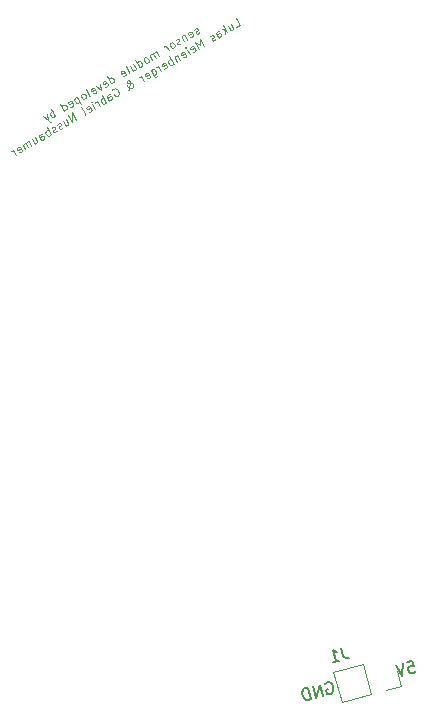
<source format=gbr>
G04 #@! TF.GenerationSoftware,KiCad,Pcbnew,(5.1.4)-1*
G04 #@! TF.CreationDate,2020-04-17T22:35:52+02:00*
G04 #@! TF.ProjectId,Sensorbaustein,53656e73-6f72-4626-9175-737465696e2e,1.7*
G04 #@! TF.SameCoordinates,Original*
G04 #@! TF.FileFunction,Legend,Bot*
G04 #@! TF.FilePolarity,Positive*
%FSLAX46Y46*%
G04 Gerber Fmt 4.6, Leading zero omitted, Abs format (unit mm)*
G04 Created by KiCad (PCBNEW (5.1.4)-1) date 2020-04-17 22:35:52*
%MOMM*%
%LPD*%
G04 APERTURE LIST*
%ADD10C,0.125000*%
%ADD11C,0.150000*%
%ADD12C,0.120000*%
%ADD13C,1.552000*%
%ADD14C,1.552000*%
%ADD15C,1.252000*%
%ADD16C,1.252000*%
%ADD17C,0.902000*%
%ADD18C,0.902000*%
%ADD19C,1.802000*%
%ADD20C,0.100000*%
%ADD21C,1.802000*%
%ADD22C,1.312000*%
%ADD23C,3.302000*%
G04 APERTURE END LIST*
D10*
X133159613Y-77161583D02*
X133118545Y-77223784D01*
X133003075Y-77290451D01*
X132928673Y-77294917D01*
X132866472Y-77253848D01*
X132849805Y-77224981D01*
X132845340Y-77150579D01*
X132886408Y-77088378D01*
X132973011Y-77038378D01*
X133014079Y-76976177D01*
X133009613Y-76901776D01*
X132992946Y-76872908D01*
X132930746Y-76831840D01*
X132856344Y-76836306D01*
X132769741Y-76886306D01*
X132728673Y-76948507D01*
X132409058Y-77594917D02*
X132483459Y-77590451D01*
X132598929Y-77523784D01*
X132639998Y-77461583D01*
X132635532Y-77387182D01*
X132502199Y-77156242D01*
X132439998Y-77115173D01*
X132365596Y-77119639D01*
X132250126Y-77186306D01*
X132209058Y-77248507D01*
X132213524Y-77322908D01*
X132246857Y-77380643D01*
X132568865Y-77271712D01*
X131903716Y-77386306D02*
X132137049Y-77790451D01*
X131937049Y-77444041D02*
X131891515Y-77431840D01*
X131817113Y-77436306D01*
X131730511Y-77486306D01*
X131689442Y-77548507D01*
X131693908Y-77622908D01*
X131877242Y-77940451D01*
X131600767Y-78061583D02*
X131559699Y-78123784D01*
X131444229Y-78190451D01*
X131369827Y-78194917D01*
X131307626Y-78153848D01*
X131290960Y-78124981D01*
X131286494Y-78050579D01*
X131327562Y-77988378D01*
X131414165Y-77938378D01*
X131455233Y-77876177D01*
X131450767Y-77801776D01*
X131434101Y-77772908D01*
X131371900Y-77731840D01*
X131297498Y-77736306D01*
X131210896Y-77786306D01*
X131169827Y-77848507D01*
X131011216Y-78440451D02*
X131052285Y-78378250D01*
X131064485Y-78332716D01*
X131060020Y-78258314D01*
X130960020Y-78085109D01*
X130897819Y-78044041D01*
X130852285Y-78031840D01*
X130777883Y-78036306D01*
X130691280Y-78086306D01*
X130650212Y-78148507D01*
X130638011Y-78194041D01*
X130642477Y-78268442D01*
X130742477Y-78441647D01*
X130804678Y-78482716D01*
X130850212Y-78494917D01*
X130924614Y-78490451D01*
X131011216Y-78440451D01*
X130549336Y-78707118D02*
X130316003Y-78302972D01*
X130382669Y-78418442D02*
X130320468Y-78377374D01*
X130274934Y-78365173D01*
X130200533Y-78369639D01*
X130142798Y-78402972D01*
X129712178Y-79190451D02*
X129478845Y-78786306D01*
X129512178Y-78844041D02*
X129466644Y-78831840D01*
X129392242Y-78836306D01*
X129305640Y-78886306D01*
X129264571Y-78948507D01*
X129269037Y-79022908D01*
X129452370Y-79340451D01*
X129269037Y-79022908D02*
X129206836Y-78981840D01*
X129132435Y-78986306D01*
X129045832Y-79036306D01*
X129004764Y-79098507D01*
X129009230Y-79172908D01*
X129192563Y-79490451D01*
X128817285Y-79707118D02*
X128858354Y-79644917D01*
X128870554Y-79599383D01*
X128866089Y-79524981D01*
X128766089Y-79351776D01*
X128703888Y-79310707D01*
X128658354Y-79298507D01*
X128583952Y-79302972D01*
X128497349Y-79352972D01*
X128456281Y-79415173D01*
X128444080Y-79460707D01*
X128448546Y-79535109D01*
X128548546Y-79708314D01*
X128610747Y-79749383D01*
X128656281Y-79761583D01*
X128730683Y-79757118D01*
X128817285Y-79707118D01*
X128095597Y-80123784D02*
X127745597Y-79517566D01*
X128078931Y-80094917D02*
X128153332Y-80090451D01*
X128268802Y-80023784D01*
X128309871Y-79961583D01*
X128322072Y-79916049D01*
X128317606Y-79841647D01*
X128217606Y-79668442D01*
X128155405Y-79627374D01*
X128109871Y-79615173D01*
X128035469Y-79619639D01*
X127919999Y-79686306D01*
X127878931Y-79748507D01*
X127313781Y-80036306D02*
X127547115Y-80440451D01*
X127573589Y-79886306D02*
X127756922Y-80203848D01*
X127761388Y-80278250D01*
X127720320Y-80340451D01*
X127633717Y-80390451D01*
X127559315Y-80394917D01*
X127513781Y-80382716D01*
X127171837Y-80657118D02*
X127212905Y-80594917D01*
X127208439Y-80520515D01*
X126908439Y-80000900D01*
X126693290Y-80894917D02*
X126767692Y-80890451D01*
X126883162Y-80823784D01*
X126924230Y-80761583D01*
X126919764Y-80687182D01*
X126786431Y-80456242D01*
X126724230Y-80415173D01*
X126649828Y-80419639D01*
X126534358Y-80486306D01*
X126493290Y-80548507D01*
X126497756Y-80622908D01*
X126531089Y-80680643D01*
X126853098Y-80571712D01*
X125699594Y-81507118D02*
X125349594Y-80900900D01*
X125682927Y-81478250D02*
X125757329Y-81473784D01*
X125872799Y-81407118D01*
X125913867Y-81344917D01*
X125926068Y-81299383D01*
X125921602Y-81224981D01*
X125821602Y-81051776D01*
X125759401Y-81010707D01*
X125713867Y-80998507D01*
X125639465Y-81002972D01*
X125523995Y-81069639D01*
X125482927Y-81131840D01*
X125163312Y-81778250D02*
X125237714Y-81773784D01*
X125353184Y-81707118D01*
X125394252Y-81644917D01*
X125389786Y-81570515D01*
X125256453Y-81339575D01*
X125194252Y-81298507D01*
X125119850Y-81302972D01*
X125004380Y-81369639D01*
X124963312Y-81431840D01*
X124967778Y-81506242D01*
X125001111Y-81563977D01*
X125323119Y-81455045D01*
X124715705Y-81536306D02*
X124804701Y-82023784D01*
X124427030Y-81702972D01*
X124181816Y-82344917D02*
X124256218Y-82340451D01*
X124371688Y-82273784D01*
X124412756Y-82211583D01*
X124408291Y-82137182D01*
X124274957Y-81906242D01*
X124212756Y-81865173D01*
X124138355Y-81869639D01*
X124022885Y-81936306D01*
X123981816Y-81998507D01*
X123986282Y-82072908D01*
X124019616Y-82130643D01*
X124341624Y-82021712D01*
X123823205Y-82590451D02*
X123864274Y-82528250D01*
X123859808Y-82453848D01*
X123559808Y-81934233D01*
X123505663Y-82773784D02*
X123546731Y-82711583D01*
X123558932Y-82666049D01*
X123554466Y-82591647D01*
X123454466Y-82418442D01*
X123392265Y-82377374D01*
X123346731Y-82365173D01*
X123272329Y-82369639D01*
X123185727Y-82419639D01*
X123144658Y-82481840D01*
X123132458Y-82527374D01*
X123136923Y-82601776D01*
X123236923Y-82774981D01*
X123299124Y-82816049D01*
X123344658Y-82828250D01*
X123419060Y-82823784D01*
X123505663Y-82773784D01*
X122810449Y-82636306D02*
X123160449Y-83242523D01*
X122827116Y-82665173D02*
X122752714Y-82669639D01*
X122637244Y-82736306D01*
X122596176Y-82798507D01*
X122583975Y-82844041D01*
X122588441Y-82918442D01*
X122688441Y-83091647D01*
X122750642Y-83132716D01*
X122796176Y-83144917D01*
X122870577Y-83140451D01*
X122986047Y-83073784D01*
X123027116Y-83011583D01*
X122247693Y-83461583D02*
X122322095Y-83457118D01*
X122437565Y-83390451D01*
X122478633Y-83328250D01*
X122474167Y-83253848D01*
X122340834Y-83022908D01*
X122278633Y-82981840D01*
X122204231Y-82986306D01*
X122088761Y-83052972D01*
X122047693Y-83115173D01*
X122052159Y-83189575D01*
X122085492Y-83247310D01*
X122407501Y-83138378D01*
X121715877Y-83807118D02*
X121365877Y-83200900D01*
X121699210Y-83778250D02*
X121773612Y-83773784D01*
X121889082Y-83707118D01*
X121930150Y-83644917D01*
X121942351Y-83599383D01*
X121937885Y-83524981D01*
X121837885Y-83351776D01*
X121775684Y-83310707D01*
X121730150Y-83298507D01*
X121655749Y-83302972D01*
X121540279Y-83369639D01*
X121499210Y-83431840D01*
X120965322Y-84240451D02*
X120615322Y-83634233D01*
X120748655Y-83865173D02*
X120674253Y-83869639D01*
X120558783Y-83936306D01*
X120517715Y-83998507D01*
X120505514Y-84044041D01*
X120509980Y-84118442D01*
X120609980Y-84291647D01*
X120672181Y-84332716D01*
X120717715Y-84344917D01*
X120792116Y-84340451D01*
X120907586Y-84273784D01*
X120948655Y-84211583D01*
X120241240Y-84119639D02*
X120330236Y-84607118D01*
X119952565Y-84286306D02*
X120330236Y-84607118D01*
X120471305Y-84718122D01*
X120516839Y-84730323D01*
X120591240Y-84725857D01*
X136289687Y-76749698D02*
X136578362Y-76583031D01*
X136228362Y-75976813D01*
X135594474Y-76612219D02*
X135827807Y-77016364D01*
X135854281Y-76462219D02*
X136037615Y-76779762D01*
X136042080Y-76854163D01*
X136001012Y-76916364D01*
X135914409Y-76966364D01*
X135840008Y-76970830D01*
X135794474Y-76958629D01*
X135539132Y-77183031D02*
X135189132Y-76576813D01*
X135348063Y-76985424D02*
X135308192Y-77316364D01*
X135074858Y-76912219D02*
X135439132Y-77009826D01*
X134788576Y-77616364D02*
X134605243Y-77298822D01*
X134600777Y-77224420D01*
X134641846Y-77162219D01*
X134757316Y-77095552D01*
X134831717Y-77091087D01*
X134771910Y-77587497D02*
X134846311Y-77583031D01*
X134990649Y-77499698D01*
X135031717Y-77437497D01*
X135027252Y-77363095D01*
X134993918Y-77305360D01*
X134931717Y-77264292D01*
X134857316Y-77268757D01*
X134712978Y-77352091D01*
X134638576Y-77356557D01*
X134512102Y-77737497D02*
X134471034Y-77799698D01*
X134355564Y-77866364D01*
X134281162Y-77870830D01*
X134218961Y-77829762D01*
X134202295Y-77800894D01*
X134197829Y-77726492D01*
X134238897Y-77664292D01*
X134325500Y-77614292D01*
X134366568Y-77552091D01*
X134362102Y-77477689D01*
X134345435Y-77448822D01*
X134283235Y-77407753D01*
X134208833Y-77412219D01*
X134122230Y-77462219D01*
X134081162Y-77524420D01*
X133547273Y-78333031D02*
X133197273Y-77726813D01*
X133245201Y-78276492D01*
X132793128Y-77960146D01*
X133143128Y-78566364D01*
X132606846Y-78837497D02*
X132681248Y-78833031D01*
X132796718Y-78766364D01*
X132837786Y-78704163D01*
X132833321Y-78629762D01*
X132699987Y-78398822D01*
X132637786Y-78357753D01*
X132563385Y-78362219D01*
X132447915Y-78428886D01*
X132406846Y-78491087D01*
X132411312Y-78565488D01*
X132444645Y-78623223D01*
X132766654Y-78514292D01*
X132334838Y-79033031D02*
X132101504Y-78628886D01*
X131984838Y-78426813D02*
X132030372Y-78439014D01*
X132018171Y-78484548D01*
X131972637Y-78472347D01*
X131984838Y-78426813D01*
X132018171Y-78484548D01*
X131798556Y-79304163D02*
X131872958Y-79299698D01*
X131988428Y-79233031D01*
X132029496Y-79170830D01*
X132025030Y-79096428D01*
X131891697Y-78865488D01*
X131829496Y-78824420D01*
X131755094Y-78828886D01*
X131639624Y-78895552D01*
X131598556Y-78957753D01*
X131603022Y-79032155D01*
X131636355Y-79089890D01*
X131958364Y-78980958D01*
X131293214Y-79095552D02*
X131526547Y-79499698D01*
X131326547Y-79153287D02*
X131281013Y-79141087D01*
X131206612Y-79145552D01*
X131120009Y-79195552D01*
X131078941Y-79257753D01*
X131083406Y-79332155D01*
X131266740Y-79649698D01*
X130978065Y-79816364D02*
X130628065Y-79210146D01*
X130761398Y-79441087D02*
X130686996Y-79445552D01*
X130571526Y-79512219D01*
X130530458Y-79574420D01*
X130518257Y-79619954D01*
X130522723Y-79694356D01*
X130622723Y-79867561D01*
X130684924Y-79908629D01*
X130730458Y-79920830D01*
X130804860Y-79916364D01*
X130920330Y-79849698D01*
X130961398Y-79787497D01*
X130181975Y-80237497D02*
X130256377Y-80233031D01*
X130371847Y-80166364D01*
X130412915Y-80104163D01*
X130408449Y-80029762D01*
X130275116Y-79798822D01*
X130212915Y-79757753D01*
X130138514Y-79762219D01*
X130023043Y-79828886D01*
X129981975Y-79891087D01*
X129986441Y-79965488D01*
X130019774Y-80023223D01*
X130341783Y-79914292D01*
X129909967Y-80433031D02*
X129676633Y-80028886D01*
X129743300Y-80144356D02*
X129681099Y-80103287D01*
X129635565Y-80091087D01*
X129561163Y-80095552D01*
X129503428Y-80128886D01*
X129041548Y-80395552D02*
X129324881Y-80886300D01*
X129387082Y-80927368D01*
X129432616Y-80939569D01*
X129507018Y-80935103D01*
X129593621Y-80885103D01*
X129634689Y-80822903D01*
X129258215Y-80770830D02*
X129332616Y-80766364D01*
X129448086Y-80699698D01*
X129489155Y-80637497D01*
X129501356Y-80591963D01*
X129496890Y-80517561D01*
X129396890Y-80344356D01*
X129334689Y-80303287D01*
X129289155Y-80291087D01*
X129214753Y-80295552D01*
X129099283Y-80362219D01*
X129058215Y-80424420D01*
X128738599Y-81070830D02*
X128813001Y-81066364D01*
X128928471Y-80999698D01*
X128969540Y-80937497D01*
X128965074Y-80863095D01*
X128831740Y-80632155D01*
X128769540Y-80591087D01*
X128695138Y-80595552D01*
X128579668Y-80662219D01*
X128538599Y-80724420D01*
X128543065Y-80798822D01*
X128576399Y-80856557D01*
X128898407Y-80747625D01*
X128466591Y-81266364D02*
X128233258Y-80862219D01*
X128299924Y-80977689D02*
X128237723Y-80936621D01*
X128192189Y-80924420D01*
X128117788Y-80928886D01*
X128060053Y-80962219D01*
X127138685Y-82033031D02*
X127167553Y-82016364D01*
X127208621Y-81954163D01*
X127245224Y-81817561D01*
X127289561Y-81561022D01*
X127297296Y-81441087D01*
X127276164Y-81337817D01*
X127242831Y-81280082D01*
X127180630Y-81239014D01*
X127106228Y-81243480D01*
X127077361Y-81260146D01*
X127036292Y-81322347D01*
X127040758Y-81396749D01*
X127057425Y-81425616D01*
X127119625Y-81466685D01*
X127165160Y-81478886D01*
X127405031Y-81494356D01*
X127450566Y-81506557D01*
X127512766Y-81547625D01*
X127562766Y-81634227D01*
X127567232Y-81708629D01*
X127555031Y-81754163D01*
X127513963Y-81816364D01*
X127427361Y-81866364D01*
X127352959Y-81870830D01*
X127307425Y-81858629D01*
X127154155Y-81793159D01*
X127075288Y-81723223D01*
X127041955Y-81665488D01*
X125766122Y-82055681D02*
X125807190Y-81993480D01*
X125893792Y-81943480D01*
X125997062Y-81922347D01*
X126088130Y-81946749D01*
X126150331Y-81987817D01*
X126245865Y-82086621D01*
X126295865Y-82173223D01*
X126333664Y-82305360D01*
X126338130Y-82379762D01*
X126313728Y-82470830D01*
X126243792Y-82549698D01*
X126186057Y-82583031D01*
X126082788Y-82604163D01*
X126037254Y-82591963D01*
X125920587Y-82389890D01*
X126036057Y-82323223D01*
X125550972Y-82949698D02*
X125367639Y-82632155D01*
X125363173Y-82557753D01*
X125404241Y-82495552D01*
X125519711Y-82428886D01*
X125594113Y-82424420D01*
X125534305Y-82920830D02*
X125608707Y-82916364D01*
X125753045Y-82833031D01*
X125794113Y-82770830D01*
X125789647Y-82696428D01*
X125756314Y-82638693D01*
X125694113Y-82597625D01*
X125619711Y-82602091D01*
X125475374Y-82685424D01*
X125400972Y-82689890D01*
X125262297Y-83116364D02*
X124912297Y-82510146D01*
X125045630Y-82741087D02*
X124971229Y-82745552D01*
X124855759Y-82812219D01*
X124814690Y-82874420D01*
X124802489Y-82919954D01*
X124806955Y-82994356D01*
X124906955Y-83167561D01*
X124969156Y-83208629D01*
X125014690Y-83220830D01*
X125089092Y-83216364D01*
X125204562Y-83149698D01*
X125245630Y-83087497D01*
X124713814Y-83433031D02*
X124480481Y-83028886D01*
X124547148Y-83144356D02*
X124484947Y-83103287D01*
X124439413Y-83091087D01*
X124365011Y-83095552D01*
X124307276Y-83128886D01*
X124338537Y-83649698D02*
X124105203Y-83245552D01*
X123988537Y-83043480D02*
X124034071Y-83055681D01*
X124021870Y-83101215D01*
X123976336Y-83089014D01*
X123988537Y-83043480D01*
X124021870Y-83101215D01*
X123802255Y-83920830D02*
X123876656Y-83916364D01*
X123992126Y-83849698D01*
X124033195Y-83787497D01*
X124028729Y-83713095D01*
X123895396Y-83482155D01*
X123833195Y-83441087D01*
X123758793Y-83445552D01*
X123643323Y-83512219D01*
X123602255Y-83574420D01*
X123606720Y-83648822D01*
X123640054Y-83706557D01*
X123962062Y-83597625D01*
X123443644Y-84166364D02*
X123484712Y-84104163D01*
X123480246Y-84029762D01*
X123180246Y-83510146D01*
X122750823Y-84566364D02*
X122400823Y-83960146D01*
X122404413Y-84766364D01*
X122054413Y-84160146D01*
X121622597Y-84678886D02*
X121855930Y-85083031D01*
X121882405Y-84528886D02*
X122065738Y-84846428D01*
X122070204Y-84920830D01*
X122029135Y-84983031D01*
X121942533Y-85033031D01*
X121868131Y-85037497D01*
X121822597Y-85025296D01*
X121579456Y-85204163D02*
X121538388Y-85266364D01*
X121422918Y-85333031D01*
X121348516Y-85337497D01*
X121286315Y-85296428D01*
X121269649Y-85267561D01*
X121265183Y-85193159D01*
X121306251Y-85130958D01*
X121392854Y-85080958D01*
X121433922Y-85018757D01*
X121429456Y-84944356D01*
X121412789Y-84915488D01*
X121350589Y-84874420D01*
X121276187Y-84878886D01*
X121189584Y-84928886D01*
X121148516Y-84991087D01*
X121088708Y-85487497D02*
X121047640Y-85549698D01*
X120932170Y-85616364D01*
X120857768Y-85620830D01*
X120795567Y-85579762D01*
X120778901Y-85550894D01*
X120774435Y-85476492D01*
X120815503Y-85414292D01*
X120902106Y-85364292D01*
X120943174Y-85302091D01*
X120938708Y-85227689D01*
X120922042Y-85198822D01*
X120859841Y-85157753D01*
X120785439Y-85162219D01*
X120698837Y-85212219D01*
X120657768Y-85274420D01*
X120585760Y-85816364D02*
X120235760Y-85210146D01*
X120369093Y-85441087D02*
X120294691Y-85445552D01*
X120179221Y-85512219D01*
X120138153Y-85574420D01*
X120125952Y-85619954D01*
X120130418Y-85694356D01*
X120230418Y-85867561D01*
X120292619Y-85908629D01*
X120338153Y-85920830D01*
X120412555Y-85916364D01*
X120528025Y-85849698D01*
X120569093Y-85787497D01*
X119777469Y-86283031D02*
X119594136Y-85965488D01*
X119589670Y-85891087D01*
X119630739Y-85828886D01*
X119746209Y-85762219D01*
X119820610Y-85757753D01*
X119760803Y-86254163D02*
X119835204Y-86249698D01*
X119979542Y-86166364D01*
X120020610Y-86104163D01*
X120016145Y-86029762D01*
X119982811Y-85972027D01*
X119920610Y-85930958D01*
X119846209Y-85935424D01*
X119701871Y-86018757D01*
X119627469Y-86023223D01*
X118995653Y-86195552D02*
X119228987Y-86599698D01*
X119255461Y-86045552D02*
X119438794Y-86363095D01*
X119443260Y-86437497D01*
X119402192Y-86499698D01*
X119315589Y-86549698D01*
X119241188Y-86554163D01*
X119195653Y-86541963D01*
X118940312Y-86766364D02*
X118706978Y-86362219D01*
X118740312Y-86419954D02*
X118694777Y-86407753D01*
X118620376Y-86412219D01*
X118533773Y-86462219D01*
X118492705Y-86524420D01*
X118497171Y-86598822D01*
X118680504Y-86916364D01*
X118497171Y-86598822D02*
X118434970Y-86557753D01*
X118360568Y-86562219D01*
X118273966Y-86612219D01*
X118232897Y-86674420D01*
X118237363Y-86748822D01*
X118420696Y-87066364D01*
X117884414Y-87337497D02*
X117958816Y-87333031D01*
X118074286Y-87266364D01*
X118115355Y-87204163D01*
X118110889Y-87129762D01*
X117977555Y-86898822D01*
X117915355Y-86857753D01*
X117840953Y-86862219D01*
X117725483Y-86928886D01*
X117684414Y-86991087D01*
X117688880Y-87065488D01*
X117722214Y-87123223D01*
X118044222Y-87014292D01*
X117612406Y-87533031D02*
X117379073Y-87128886D01*
X117445739Y-87244356D02*
X117383538Y-87203287D01*
X117338004Y-87191087D01*
X117263603Y-87195552D01*
X117205868Y-87228886D01*
D11*
X143806533Y-132319841D02*
X143886202Y-132249195D01*
X144024191Y-132212221D01*
X144174505Y-132221243D01*
X144291148Y-132288587D01*
X144361793Y-132368255D01*
X144457089Y-132539916D01*
X144494063Y-132677906D01*
X144497365Y-132874216D01*
X144476018Y-132978534D01*
X144408675Y-133095176D01*
X144283010Y-133178147D01*
X144191017Y-133202796D01*
X144040703Y-133193774D01*
X143982382Y-133160102D01*
X143896109Y-132838127D01*
X144080095Y-132788828D01*
X143593063Y-133363018D02*
X143334244Y-132397092D01*
X143041105Y-133510914D01*
X142782286Y-132544988D01*
X142581141Y-133634161D02*
X142322322Y-132668236D01*
X142092339Y-132729859D01*
X141966675Y-132812830D01*
X141899331Y-132929472D01*
X141877984Y-133033790D01*
X141881287Y-133230100D01*
X141918261Y-133368090D01*
X142013556Y-133539751D01*
X142084202Y-133619419D01*
X142200844Y-133686763D01*
X142351158Y-133695785D01*
X142581141Y-133634161D01*
X150742251Y-130521741D02*
X151202216Y-130398494D01*
X151371459Y-130846134D01*
X151313138Y-130812462D01*
X151208821Y-130791115D01*
X150978838Y-130852739D01*
X150899170Y-130923385D01*
X150865498Y-130981706D01*
X150844151Y-131086024D01*
X150905775Y-131316006D01*
X150976421Y-131395674D01*
X151034742Y-131429346D01*
X151139060Y-131450693D01*
X151369042Y-131389069D01*
X151448710Y-131318423D01*
X151482382Y-131260102D01*
X150420276Y-130608014D02*
X150357120Y-131660213D01*
X149776325Y-130780560D01*
D12*
X145206096Y-133886311D02*
X144517638Y-131316948D01*
X147717504Y-133213382D02*
X145206096Y-133886311D01*
X147029045Y-130644019D02*
X144517638Y-131316948D01*
X147717504Y-133213382D02*
X147029045Y-130644019D01*
X148944229Y-132884681D02*
X150228911Y-132540452D01*
X150228911Y-132540452D02*
X149884681Y-131255771D01*
D11*
X145180241Y-129284768D02*
X145365111Y-129974715D01*
X145448082Y-130100380D01*
X145564724Y-130167723D01*
X145715038Y-130176746D01*
X145807031Y-130152096D01*
X144473134Y-130509513D02*
X145025091Y-130361616D01*
X144749113Y-130435565D02*
X144490294Y-129469639D01*
X144619261Y-129582979D01*
X144735903Y-129650322D01*
X144840221Y-129671669D01*
%LPC*%
D13*
X156347996Y-121190225D03*
D14*
X156122729Y-121032491D02*
X156573263Y-121347959D01*
D13*
X160621141Y-115087542D03*
D14*
X160395874Y-114929808D02*
X160846408Y-115245276D01*
D15*
X159374738Y-123492688D03*
D16*
X159108514Y-123306276D02*
X159640962Y-123679100D01*
D15*
X163819955Y-117144260D03*
D16*
X163553731Y-116957848D02*
X164086179Y-117330672D01*
D17*
X157910737Y-120789019D03*
D18*
X157910737Y-120789019D02*
X157910737Y-120789019D01*
D17*
X160778619Y-116693259D03*
D18*
X160778619Y-116693259D02*
X160778619Y-116693259D01*
D19*
X148600000Y-131600000D03*
D20*
G36*
X149703495Y-132237103D02*
G01*
X147962897Y-132703495D01*
X147496505Y-130962897D01*
X149237103Y-130496505D01*
X149703495Y-132237103D01*
X149703495Y-132237103D01*
G37*
D19*
X146146548Y-132257400D03*
D21*
X146146548Y-132257400D02*
X146146548Y-132257400D01*
D22*
X147853518Y-128238963D03*
X146546482Y-123361037D03*
D19*
X157000000Y-93500000D03*
D20*
G36*
X157000000Y-94774206D02*
G01*
X155725794Y-93500000D01*
X157000000Y-92225794D01*
X158274206Y-93500000D01*
X157000000Y-94774206D01*
X157000000Y-94774206D01*
G37*
D19*
X158796051Y-95296051D03*
D21*
X158796051Y-95296051D02*
X158796051Y-95296051D01*
D19*
X160592102Y-97092102D03*
D21*
X160592102Y-97092102D02*
X160592102Y-97092102D01*
D19*
X162388154Y-98888154D03*
D21*
X162388154Y-98888154D02*
X162388154Y-98888154D01*
D19*
X143300000Y-79800000D03*
D20*
G36*
X143300000Y-81074206D02*
G01*
X142025794Y-79800000D01*
X143300000Y-78525794D01*
X144574206Y-79800000D01*
X143300000Y-81074206D01*
X143300000Y-81074206D01*
G37*
D19*
X141503949Y-81596051D03*
D21*
X141503949Y-81596051D02*
X141503949Y-81596051D01*
D19*
X145096051Y-81596051D03*
D21*
X145096051Y-81596051D02*
X145096051Y-81596051D01*
D19*
X143300000Y-83392102D03*
D21*
X143300000Y-83392102D02*
X143300000Y-83392102D01*
D19*
X146892102Y-83392102D03*
D21*
X146892102Y-83392102D02*
X146892102Y-83392102D01*
D19*
X145096051Y-85188154D03*
D21*
X145096051Y-85188154D02*
X145096051Y-85188154D01*
D19*
X148688154Y-85188154D03*
D21*
X148688154Y-85188154D02*
X148688154Y-85188154D01*
D19*
X146892102Y-86984205D03*
D21*
X146892102Y-86984205D02*
X146892102Y-86984205D01*
D19*
X150484205Y-86984205D03*
D21*
X150484205Y-86984205D02*
X150484205Y-86984205D01*
D19*
X148688154Y-88780256D03*
D21*
X148688154Y-88780256D02*
X148688154Y-88780256D01*
D19*
X152280256Y-88780256D03*
D21*
X152280256Y-88780256D02*
X152280256Y-88780256D01*
D19*
X150484205Y-90576307D03*
D21*
X150484205Y-90576307D02*
X150484205Y-90576307D01*
D19*
X154500000Y-125300000D03*
D20*
G36*
X153269211Y-124970211D02*
G01*
X154829789Y-124069211D01*
X155730789Y-125629789D01*
X154170211Y-126530789D01*
X153269211Y-124970211D01*
X153269211Y-124970211D01*
G37*
D19*
X152300295Y-126570000D03*
D21*
X152300295Y-126570000D02*
X152300295Y-126570000D01*
D23*
X114000000Y-105000000D03*
X166000000Y-105000000D03*
D17*
X163314990Y-108325010D03*
X160190000Y-111960000D03*
X130500000Y-120700000D03*
X119400000Y-101000000D03*
X141400000Y-121600000D03*
X129410000Y-113090000D03*
X124460000Y-108260000D03*
X155400000Y-114000000D03*
X158100000Y-114000000D03*
X157400000Y-114800000D03*
X155825000Y-115199999D03*
X152312652Y-106660000D03*
X147327653Y-104197653D03*
X149610102Y-104439898D03*
X153250000Y-102680000D03*
X143400000Y-111800000D03*
X140730000Y-111800000D03*
X153762653Y-107237347D03*
X151050000Y-107160000D03*
X148024847Y-107424847D03*
X149400000Y-108300000D03*
X144800000Y-106900000D03*
X147300000Y-100240000D03*
X134450000Y-110610000D03*
X121900000Y-122260000D03*
X131930000Y-105950000D03*
X130970000Y-105130000D03*
X128230000Y-102460000D03*
X127360000Y-101560000D03*
X126420000Y-100680000D03*
X135300000Y-108182231D03*
X155700000Y-112600000D03*
X163400000Y-111000000D03*
X158100000Y-116000000D03*
X118148942Y-97351058D03*
X161060000Y-102600000D03*
X163320000Y-109500000D03*
X116800000Y-101400000D03*
X140300000Y-123000000D03*
X144400000Y-118600000D03*
X144100000Y-121400000D03*
X119990000Y-104720000D03*
X133140000Y-83210000D03*
X117200000Y-109650000D03*
X121880000Y-114280000D03*
X117400000Y-119200000D03*
M02*

</source>
